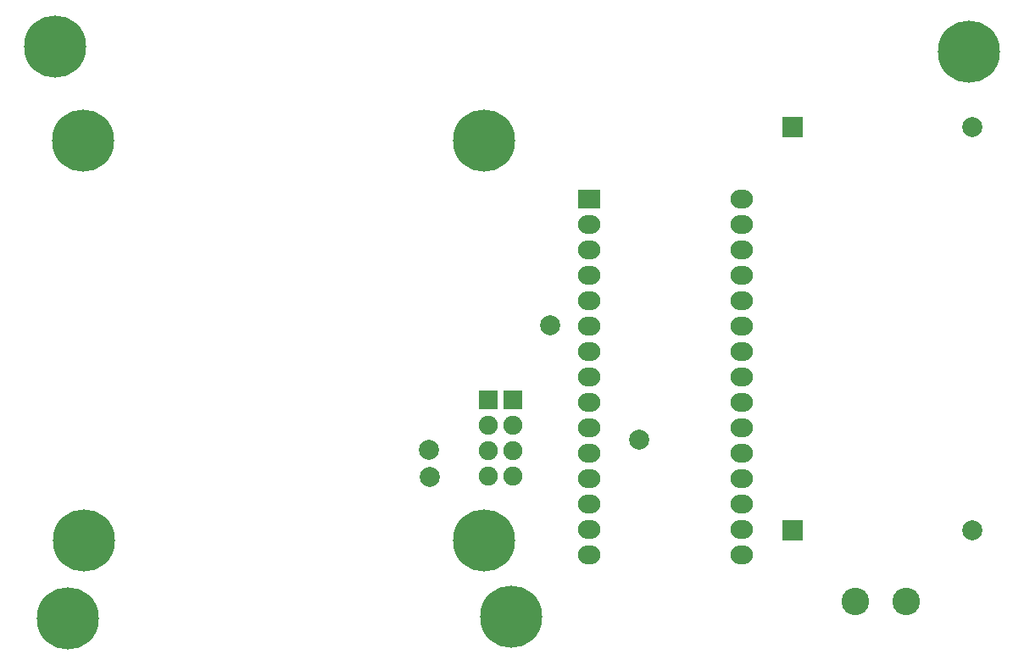
<source format=gbs>
G04*
G04 #@! TF.GenerationSoftware,Altium Limited,Altium Designer,23.4.1 (23)*
G04*
G04 Layer_Color=16711935*
%FSLAX44Y44*%
%MOMM*%
G71*
G04*
G04 #@! TF.SameCoordinates,CD9FDB66-F090-44B4-BA50-0B1389574BE9*
G04*
G04*
G04 #@! TF.FilePolarity,Negative*
G04*
G01*
G75*
%ADD13C,6.2032*%
%ADD14O,2.2352X1.8542*%
%ADD15R,2.2352X1.8542*%
%ADD16R,1.9032X1.9032*%
%ADD17C,1.9032*%
%ADD18R,2.0032X2.0032*%
%ADD19C,2.0032*%
%ADD20C,2.7432*%
D13*
X1494000Y752000D02*
D03*
X582000Y757000D02*
D03*
X594000Y186000D02*
D03*
X1010000Y663000D02*
D03*
X1009800Y263200D02*
D03*
X610200D02*
D03*
X610000Y663000D02*
D03*
X1037000Y187000D02*
D03*
D14*
X1267400Y427400D02*
D03*
Y376600D02*
D03*
Y402000D02*
D03*
Y478200D02*
D03*
Y452800D02*
D03*
Y325800D02*
D03*
Y351200D02*
D03*
X1115000Y249600D02*
D03*
X1267400Y275000D02*
D03*
Y249600D02*
D03*
Y300400D02*
D03*
X1115000Y275000D02*
D03*
Y325800D02*
D03*
Y300400D02*
D03*
Y351200D02*
D03*
Y376600D02*
D03*
Y402000D02*
D03*
Y554400D02*
D03*
Y529000D02*
D03*
Y503600D02*
D03*
Y478200D02*
D03*
Y452800D02*
D03*
Y427400D02*
D03*
Y579800D02*
D03*
X1267400D02*
D03*
Y605200D02*
D03*
Y529000D02*
D03*
Y503600D02*
D03*
Y554400D02*
D03*
D15*
X1115000Y605200D02*
D03*
D16*
X1014000Y404200D02*
D03*
X1039000D02*
D03*
D17*
X1014000Y378800D02*
D03*
Y353400D02*
D03*
Y328000D02*
D03*
X1039000Y378800D02*
D03*
Y353400D02*
D03*
Y328000D02*
D03*
D18*
X1318000Y677000D02*
D03*
Y274000D02*
D03*
D19*
X1498000Y677000D02*
D03*
Y274000D02*
D03*
X1165000Y364000D02*
D03*
X956000Y327000D02*
D03*
X955000Y354000D02*
D03*
X1076000Y479000D02*
D03*
D20*
X1431800Y203000D02*
D03*
X1381000D02*
D03*
M02*

</source>
